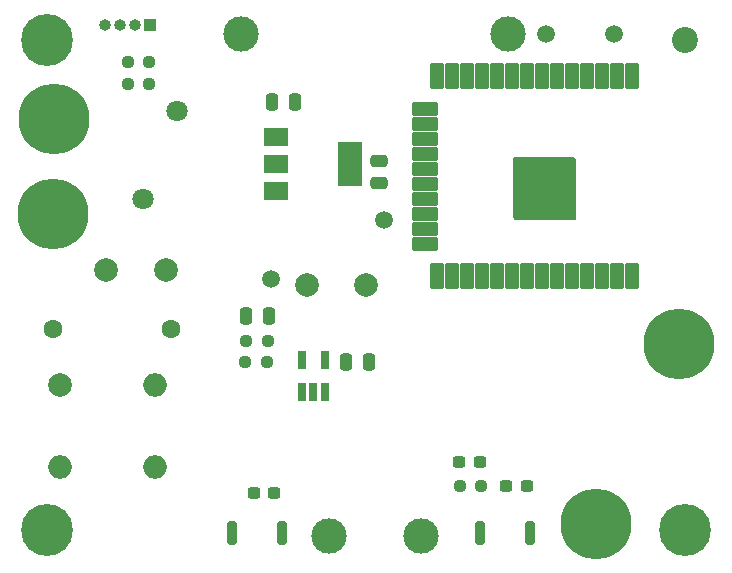
<source format=gbr>
%TF.GenerationSoftware,KiCad,Pcbnew,7.0.6*%
%TF.CreationDate,2023-10-13T10:01:51+08:00*%
%TF.ProjectId,86_BOX_PANEL,38365f42-4f58-45f5-9041-4e454c2e6b69,rev?*%
%TF.SameCoordinates,Original*%
%TF.FileFunction,Soldermask,Bot*%
%TF.FilePolarity,Negative*%
%FSLAX46Y46*%
G04 Gerber Fmt 4.6, Leading zero omitted, Abs format (unit mm)*
G04 Created by KiCad (PCBNEW 7.0.6) date 2023-10-13 10:01:51*
%MOMM*%
%LPD*%
G01*
G04 APERTURE LIST*
G04 Aperture macros list*
%AMRoundRect*
0 Rectangle with rounded corners*
0 $1 Rounding radius*
0 $2 $3 $4 $5 $6 $7 $8 $9 X,Y pos of 4 corners*
0 Add a 4 corners polygon primitive as box body*
4,1,4,$2,$3,$4,$5,$6,$7,$8,$9,$2,$3,0*
0 Add four circle primitives for the rounded corners*
1,1,$1+$1,$2,$3*
1,1,$1+$1,$4,$5*
1,1,$1+$1,$6,$7*
1,1,$1+$1,$8,$9*
0 Add four rect primitives between the rounded corners*
20,1,$1+$1,$2,$3,$4,$5,0*
20,1,$1+$1,$4,$5,$6,$7,0*
20,1,$1+$1,$6,$7,$8,$9,0*
20,1,$1+$1,$8,$9,$2,$3,0*%
G04 Aperture macros list end*
%ADD10C,1.600000*%
%ADD11C,6.000000*%
%ADD12C,0.700000*%
%ADD13C,4.400000*%
%ADD14C,2.000000*%
%ADD15O,2.000000X2.000000*%
%ADD16C,1.800000*%
%ADD17C,2.200000*%
%ADD18C,3.000000*%
%ADD19RoundRect,0.250000X0.250000X0.475000X-0.250000X0.475000X-0.250000X-0.475000X0.250000X-0.475000X0*%
%ADD20RoundRect,0.250000X-0.475000X0.250000X-0.475000X-0.250000X0.475000X-0.250000X0.475000X0.250000X0*%
%ADD21RoundRect,0.237500X-0.300000X-0.237500X0.300000X-0.237500X0.300000X0.237500X-0.300000X0.237500X0*%
%ADD22C,1.500000*%
%ADD23RoundRect,0.237500X0.250000X0.237500X-0.250000X0.237500X-0.250000X-0.237500X0.250000X-0.237500X0*%
%ADD24RoundRect,0.237500X-0.250000X-0.237500X0.250000X-0.237500X0.250000X0.237500X-0.250000X0.237500X0*%
%ADD25R,0.650000X1.560000*%
%ADD26RoundRect,0.102000X0.450000X-1.000000X0.450000X1.000000X-0.450000X1.000000X-0.450000X-1.000000X0*%
%ADD27RoundRect,0.102000X-1.000000X-0.450000X1.000000X-0.450000X1.000000X0.450000X-1.000000X0.450000X0*%
%ADD28RoundRect,0.102000X-0.450000X1.000000X-0.450000X-1.000000X0.450000X-1.000000X0.450000X1.000000X0*%
%ADD29RoundRect,0.102000X2.500000X-2.500000X2.500000X2.500000X-2.500000X2.500000X-2.500000X-2.500000X0*%
%ADD30R,2.000000X1.500000*%
%ADD31R,2.000000X3.800000*%
%ADD32RoundRect,0.200000X0.200000X0.800000X-0.200000X0.800000X-0.200000X-0.800000X0.200000X-0.800000X0*%
%ADD33R,1.000000X1.000000*%
%ADD34O,1.000000X1.000000*%
%ADD35RoundRect,0.237500X0.300000X0.237500X-0.300000X0.237500X-0.300000X-0.237500X0.300000X-0.237500X0*%
%ADD36RoundRect,0.250000X-0.250000X-0.475000X0.250000X-0.475000X0.250000X0.475000X-0.250000X0.475000X0*%
G04 APERTURE END LIST*
D10*
%TO.C,C5*%
X113510000Y-88630000D03*
X103510000Y-88630000D03*
%TD*%
D11*
%TO.C,J6*%
X156510000Y-89880000D03*
%TD*%
D12*
%TO.C,H4*%
X101360000Y-64130000D03*
X101843274Y-62963274D03*
X101843274Y-65296726D03*
X103010000Y-62480000D03*
D13*
X103010000Y-64130000D03*
D12*
X103010000Y-65780000D03*
X104176726Y-62963274D03*
X104176726Y-65296726D03*
X104660000Y-64130000D03*
%TD*%
%TO.C,H1*%
X101360000Y-105630000D03*
X101843274Y-104463274D03*
X101843274Y-106796726D03*
X103010000Y-103980000D03*
D13*
X103010000Y-105630000D03*
D12*
X103010000Y-107280000D03*
X104176726Y-104463274D03*
X104176726Y-106796726D03*
X104660000Y-105630000D03*
%TD*%
D11*
%TO.C,J3*%
X103564000Y-70880000D03*
%TD*%
%TO.C,J2*%
X103500000Y-78880000D03*
%TD*%
D14*
%TO.C,FL1*%
X104144000Y-93330000D03*
D15*
X104144000Y-100330000D03*
X112144000Y-100330000D03*
X112144000Y-93330000D03*
%TD*%
D12*
%TO.C,H2*%
X155360000Y-105630000D03*
X155843274Y-104463274D03*
X155843274Y-106796726D03*
X157010000Y-103980000D03*
D13*
X157010000Y-105630000D03*
D12*
X157010000Y-107280000D03*
X158176726Y-104463274D03*
X158176726Y-106796726D03*
X158660000Y-105630000D03*
%TD*%
D16*
%TO.C,RV1*%
X111100000Y-77637500D03*
X114000000Y-70137500D03*
%TD*%
D17*
%TO.C,H3*%
X157010000Y-64130000D03*
%TD*%
D11*
%TO.C,J5*%
X149510000Y-105130000D03*
%TD*%
D14*
%TO.C,F1*%
X107970000Y-83630000D03*
X113050000Y-83640000D03*
%TD*%
D18*
%TO.C,U1*%
X126860000Y-106130000D03*
X134660000Y-106130000D03*
X142060000Y-63630000D03*
X119460000Y-63630000D03*
%TD*%
D19*
%TO.C,C4*%
X130260000Y-91380000D03*
X128360000Y-91380000D03*
%TD*%
D20*
%TO.C,C2*%
X131141589Y-74370000D03*
X131141589Y-76270000D03*
%TD*%
D21*
%TO.C,C7*%
X141897500Y-101880000D03*
X143622500Y-101880000D03*
%TD*%
D14*
%TO.C,J1*%
X125010000Y-84880000D03*
%TD*%
D22*
%TO.C,TP1*%
X145260000Y-63630000D03*
%TD*%
D23*
%TO.C,R2*%
X121672500Y-89630000D03*
X119847500Y-89630000D03*
%TD*%
D14*
%TO.C,J4*%
X130010000Y-84880000D03*
%TD*%
D24*
%TO.C,R1*%
X119785000Y-91380000D03*
X121610000Y-91380000D03*
%TD*%
D22*
%TO.C,TP4*%
X122010000Y-84380000D03*
%TD*%
%TO.C,TP3*%
X131510000Y-79380000D03*
%TD*%
D23*
%TO.C,R5*%
X111672500Y-67880000D03*
X109847500Y-67880000D03*
%TD*%
D25*
%TO.C,U2*%
X126510000Y-93980000D03*
X125560000Y-93980000D03*
X124610000Y-93980000D03*
X124610000Y-91280000D03*
X126510000Y-91280000D03*
%TD*%
D22*
%TO.C,TP2*%
X151010000Y-63630000D03*
%TD*%
D26*
%TO.C,ESP1*%
X152550000Y-84180000D03*
X151280000Y-84180000D03*
X150010000Y-84180000D03*
X148740000Y-84180000D03*
X147470000Y-84180000D03*
X146200000Y-84180000D03*
X144930000Y-84180000D03*
X143660000Y-84180000D03*
X142390000Y-84180000D03*
X141120000Y-84180000D03*
X139850000Y-84180000D03*
X138580000Y-84180000D03*
X137310000Y-84180000D03*
X136040000Y-84180000D03*
D27*
X135040000Y-81395000D03*
X135040000Y-80125000D03*
X135040000Y-78855000D03*
X135040000Y-77585000D03*
X135040000Y-76315000D03*
X135040000Y-75045000D03*
X135040000Y-73775000D03*
X135040000Y-72505000D03*
X135040000Y-71235000D03*
X135040000Y-69965000D03*
D28*
X136040000Y-67180000D03*
X137310000Y-67180000D03*
X138580000Y-67180000D03*
X139850000Y-67180000D03*
X141120000Y-67180000D03*
X142390000Y-67180000D03*
X143660000Y-67180000D03*
X144930000Y-67180000D03*
X146200000Y-67180000D03*
X147470000Y-67180000D03*
X148740000Y-67180000D03*
X150010000Y-67180000D03*
X151280000Y-67180000D03*
X152550000Y-67180000D03*
D29*
X145050000Y-76680000D03*
%TD*%
D30*
%TO.C,U3*%
X122360000Y-76930000D03*
X122360000Y-74630000D03*
D31*
X128660000Y-74630000D03*
D30*
X122360000Y-72330000D03*
%TD*%
D24*
%TO.C,R3*%
X137935000Y-101880000D03*
X139760000Y-101880000D03*
%TD*%
D23*
%TO.C,R4*%
X111676500Y-65990000D03*
X109851500Y-65990000D03*
%TD*%
D32*
%TO.C,SW2*%
X122860000Y-105880000D03*
X118660000Y-105880000D03*
%TD*%
%TO.C,SW1*%
X143860000Y-105880000D03*
X139660000Y-105880000D03*
%TD*%
D33*
%TO.C,J7*%
X111760000Y-62880000D03*
D34*
X110490000Y-62880000D03*
X109220000Y-62880000D03*
X107950000Y-62880000D03*
%TD*%
D35*
%TO.C,C9*%
X122260000Y-102480000D03*
X120535000Y-102480000D03*
%TD*%
D36*
%TO.C,C1*%
X122060000Y-69380000D03*
X123960000Y-69380000D03*
%TD*%
%TO.C,C3*%
X119884000Y-87520000D03*
X121784000Y-87520000D03*
%TD*%
D21*
%TO.C,C8*%
X137897500Y-99880000D03*
X139622500Y-99880000D03*
%TD*%
G36*
X147737039Y-74159685D02*
G01*
X147782794Y-74212489D01*
X147794000Y-74264000D01*
X147794000Y-79266000D01*
X147774315Y-79333039D01*
X147721511Y-79378794D01*
X147670000Y-79390000D01*
X142668000Y-79390000D01*
X142600961Y-79370315D01*
X142555206Y-79317511D01*
X142544000Y-79266000D01*
X142544000Y-74264000D01*
X142563685Y-74196961D01*
X142616489Y-74151206D01*
X142668000Y-74140000D01*
X147670000Y-74140000D01*
X147737039Y-74159685D01*
G37*
M02*

</source>
